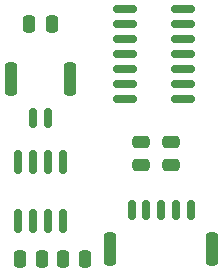
<source format=gbr>
%TF.GenerationSoftware,KiCad,Pcbnew,7.0.6-0*%
%TF.CreationDate,2024-01-30T23:56:51-05:00*%
%TF.ProjectId,Peripherals Board (new),50657269-7068-4657-9261-6c7320426f61,rev?*%
%TF.SameCoordinates,Original*%
%TF.FileFunction,Paste,Top*%
%TF.FilePolarity,Positive*%
%FSLAX46Y46*%
G04 Gerber Fmt 4.6, Leading zero omitted, Abs format (unit mm)*
G04 Created by KiCad (PCBNEW 7.0.6-0) date 2024-01-30 23:56:51*
%MOMM*%
%LPD*%
G01*
G04 APERTURE LIST*
G04 Aperture macros list*
%AMRoundRect*
0 Rectangle with rounded corners*
0 $1 Rounding radius*
0 $2 $3 $4 $5 $6 $7 $8 $9 X,Y pos of 4 corners*
0 Add a 4 corners polygon primitive as box body*
4,1,4,$2,$3,$4,$5,$6,$7,$8,$9,$2,$3,0*
0 Add four circle primitives for the rounded corners*
1,1,$1+$1,$2,$3*
1,1,$1+$1,$4,$5*
1,1,$1+$1,$6,$7*
1,1,$1+$1,$8,$9*
0 Add four rect primitives between the rounded corners*
20,1,$1+$1,$2,$3,$4,$5,0*
20,1,$1+$1,$4,$5,$6,$7,0*
20,1,$1+$1,$6,$7,$8,$9,0*
20,1,$1+$1,$8,$9,$2,$3,0*%
G04 Aperture macros list end*
%ADD10RoundRect,0.250000X-0.475000X0.250000X-0.475000X-0.250000X0.475000X-0.250000X0.475000X0.250000X0*%
%ADD11RoundRect,0.150000X-0.150000X-0.700000X0.150000X-0.700000X0.150000X0.700000X-0.150000X0.700000X0*%
%ADD12RoundRect,0.250000X-0.250000X-1.150000X0.250000X-1.150000X0.250000X1.150000X-0.250000X1.150000X0*%
%ADD13RoundRect,0.250000X0.250000X0.475000X-0.250000X0.475000X-0.250000X-0.475000X0.250000X-0.475000X0*%
%ADD14RoundRect,0.150000X0.150000X-0.825000X0.150000X0.825000X-0.150000X0.825000X-0.150000X-0.825000X0*%
%ADD15RoundRect,0.250000X-0.250000X-0.475000X0.250000X-0.475000X0.250000X0.475000X-0.250000X0.475000X0*%
%ADD16RoundRect,0.150000X0.150000X0.700000X-0.150000X0.700000X-0.150000X-0.700000X0.150000X-0.700000X0*%
%ADD17RoundRect,0.250000X0.250000X1.150000X-0.250000X1.150000X-0.250000X-1.150000X0.250000X-1.150000X0*%
%ADD18RoundRect,0.150000X0.825000X0.150000X-0.825000X0.150000X-0.825000X-0.150000X0.825000X-0.150000X0*%
G04 APERTURE END LIST*
D10*
%TO.C,C3*%
X189992000Y-73472000D03*
X189992000Y-75372000D03*
%TD*%
D11*
%TO.C,J1*%
X178295000Y-71464087D03*
X179545000Y-71464087D03*
D12*
X176445000Y-68114087D03*
X181395000Y-68114087D03*
%TD*%
D13*
%TO.C,C5*%
X182710000Y-83354087D03*
X180810000Y-83354087D03*
%TD*%
D14*
%TO.C,U2*%
X177015000Y-80114087D03*
X178285000Y-80114087D03*
X179555000Y-80114087D03*
X180825000Y-80114087D03*
X180825000Y-75164087D03*
X179555000Y-75164087D03*
X178285000Y-75164087D03*
X177015000Y-75164087D03*
%TD*%
D15*
%TO.C,C4*%
X179870000Y-63500000D03*
X177970000Y-63500000D03*
%TD*%
D10*
%TO.C,C2*%
X187452000Y-73472000D03*
X187452000Y-75372000D03*
%TD*%
D13*
%TO.C,C1*%
X179065000Y-83354087D03*
X177165000Y-83354087D03*
%TD*%
D16*
%TO.C,J2*%
X191635000Y-79200000D03*
X190385000Y-79200000D03*
X189135000Y-79200000D03*
X187885000Y-79200000D03*
X186635000Y-79200000D03*
D17*
X193485000Y-82550000D03*
X184785000Y-82550000D03*
%TD*%
D18*
%TO.C,U3*%
X186045000Y-69850000D03*
X186045000Y-68580000D03*
X186045000Y-67310000D03*
X186045000Y-66040000D03*
X186045000Y-64770000D03*
X186045000Y-63500000D03*
X186045000Y-62230000D03*
X190995000Y-62230000D03*
X190995000Y-63500000D03*
X190995000Y-64770000D03*
X190995000Y-66040000D03*
X190995000Y-67310000D03*
X190995000Y-68580000D03*
X190995000Y-69850000D03*
%TD*%
M02*

</source>
